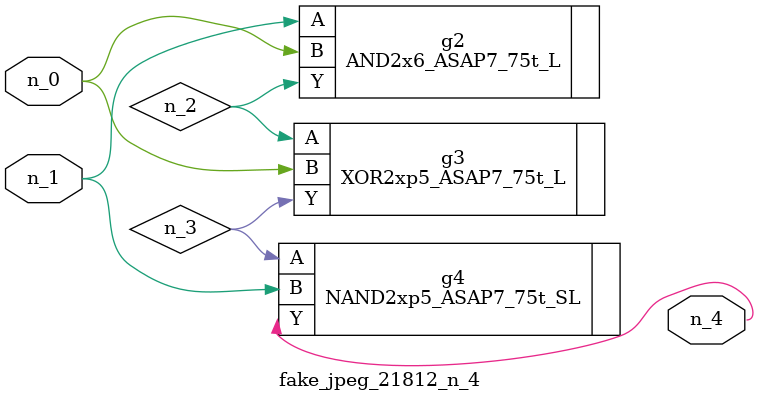
<source format=v>
module fake_jpeg_21812_n_4 (n_0, n_1, n_4);

input n_0;
input n_1;

output n_4;

wire n_2;
wire n_3;

AND2x6_ASAP7_75t_L g2 ( 
.A(n_1),
.B(n_0),
.Y(n_2)
);

XOR2xp5_ASAP7_75t_L g3 ( 
.A(n_2),
.B(n_0),
.Y(n_3)
);

NAND2xp5_ASAP7_75t_SL g4 ( 
.A(n_3),
.B(n_1),
.Y(n_4)
);


endmodule
</source>
